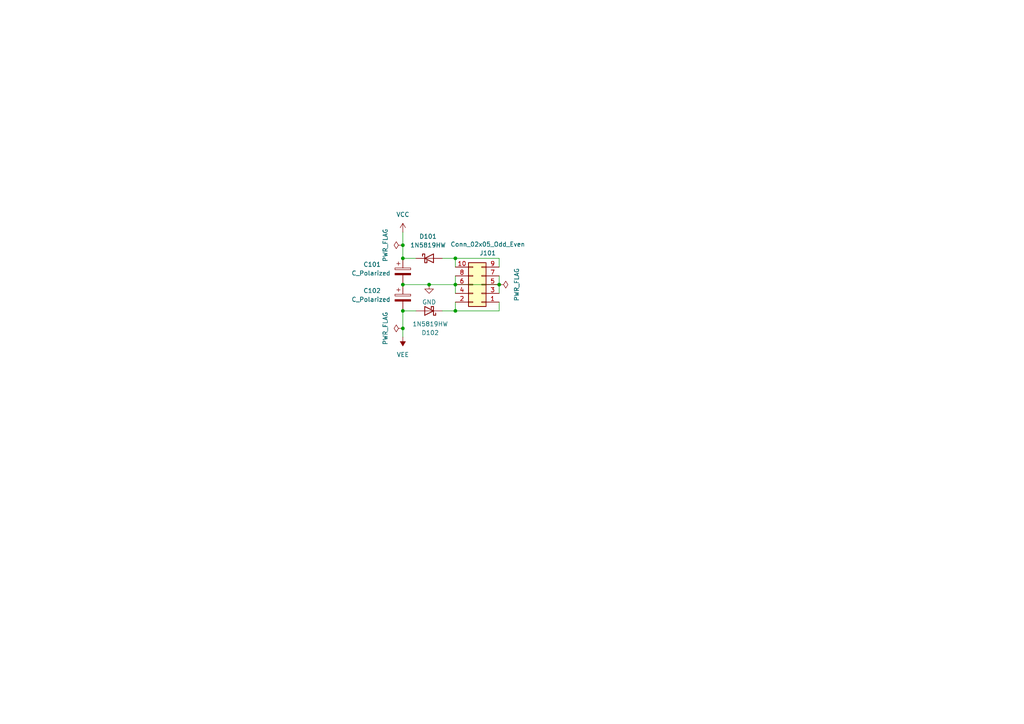
<source format=kicad_sch>
(kicad_sch (version 20231120) (generator "eeschema") (generator_version "8.0")
  (paper "A4")
  (lib_symbols
    (symbol "Connector_Generic:Conn_02x05_Odd_Even" (pin_names (offset 1.016) hide)
      (property "Reference" "J" (at 1.27 7.62 0))
      (property "Value" "Conn_02x05_Odd_Even" (at 1.27 -7.62 0))
      (symbol "Conn_02x05_Odd_Even_1_1"
        (rectangle (start -1.27 -4.953) (end 0 -5.207) (stroke (width 0.1524)))
        (rectangle (start -1.27 -2.413) (end 0 -2.667) (stroke (width 0.1524)))
        (rectangle (start -1.27 0.127) (end 0 -0.127) (stroke (width 0.1524)))
        (rectangle (start -1.27 2.667) (end 0 2.413) (stroke (width 0.1524)))
        (rectangle (start -1.27 5.207) (end 0 4.953) (stroke (width 0.1524)))
        (rectangle (start -1.27 6.35) (end 3.81 -6.35) (stroke (width 0.254)) (fill (type background)))
        (rectangle (start 3.81 -4.953) (end 2.54 -5.207) (stroke (width 0.1524)))
        (rectangle (start 3.81 -2.413) (end 2.54 -2.667) (stroke (width 0.1524)))
        (rectangle (start 3.81 0.127) (end 2.54 -0.127) (stroke (width 0.1524)))
        (rectangle (start 3.81 2.667) (end 2.54 2.413) (stroke (width 0.1524)))
        (rectangle (start 3.81 5.207) (end 2.54 4.953) (stroke (width 0.1524)))
        (pin passive line (at -5.08 5.08 0) (length 3.81) (name "Pin_1") (number "1"))
        (pin passive line (at 7.62 -5.08 180) (length 3.81) (name "Pin_10") (number "10"))
        (pin passive line (at 7.62 5.08 180) (length 3.81) (name "Pin_2") (number "2"))
        (pin passive line (at -5.08 2.54 0) (length 3.81) (name "Pin_3") (number "3"))
        (pin passive line (at 7.62 2.54 180) (length 3.81) (name "Pin_4") (number "4"))
        (pin passive line (at -5.08 0 0) (length 3.81) (name "Pin_5") (number "5"))
        (pin passive line (at 7.62 0 180) (length 3.81) (name "Pin_6") (number "6"))
        (pin passive line (at -5.08 -2.54 0) (length 3.81) (name "Pin_7") (number "7"))
        (pin passive line (at 7.62 -2.54 180) (length 3.81) (name "Pin_8") (number "8"))
        (pin passive line (at -5.08 -5.08 0) (length 3.81) (name "Pin_9") (number "9"))
      )
    )
    (symbol "Device:C_Polarized" (pin_numbers hide) (pin_names (offset 0.254))
      (property "Reference" "C" (at 0.635 2.54 0))
      (property "Value" "C_Polarized" (at 0.635 -2.54 0))
      (symbol "C_Polarized_0_1"
        (rectangle (start -2.286 0.508) (end 2.286 1.016))
        (polyline (pts (xy -1.778 2.286) (xy -0.762 2.286)))
        (polyline (pts (xy -1.27 2.794) (xy -1.27 1.778)))
        (rectangle (start 2.286 -0.508) (end -2.286 -1.016) (fill (type outline)))
      )
      (symbol "C_Polarized_1_1"
        (pin passive line (at 0 3.81 270) (length 2.794) (name "~") (number "1"))
        (pin passive line (at 0 -3.81 90) (length 2.794) (name "~") (number "2"))
      )
    )
    (symbol "Device:D_Schottky" (pin_numbers hide) (pin_names (offset 1.016) hide)
      (property "Reference" "D" (at 0 2.54 0))
      (property "Value" "D_Schottky" (at 0 -2.54 0))
      (symbol "D_Schottky_0_1"
        (polyline (pts (xy 1.27 0) (xy -1.27 0)))
        (polyline (pts (xy 1.27 1.27) (xy 1.27 -1.27) (xy -1.27 0) (xy 1.27 1.27)) (stroke (width 0.254)))
        (polyline (pts (xy -1.905 0.635) (xy -1.905 1.27) (xy -1.27 1.27) (xy -1.27 -1.27) (xy -0.635 -1.27) (xy -0.635 -0.635)) (stroke (width 0.254)))
      )
      (symbol "D_Schottky_1_1"
        (pin passive line (at -3.81 0 0) (length 2.54) (name "K") (number "1"))
        (pin passive line (at 3.81 0 180) (length 2.54) (name "A") (number "2"))
      )
    )
    (symbol "power:GND" (power) (pin_numbers hide) (pin_names (offset 0) hide)
      (property "Value" "GND" (at 0 -3.81 0))
      (symbol "GND_0_1"
        (polyline (pts (xy 0 0) (xy 0 -1.27) (xy 1.27 -1.27) (xy 0 -2.54) (xy -1.27 -1.27) (xy 0 -1.27)))
      )
      (symbol "GND_1_1"
        (pin power_in line (at 0 0 270) (length 0) (name "~") (number "1"))
      )
    )
    (symbol "power:PWR_FLAG" (power) (pin_numbers hide) (pin_names (offset 0) hide)
      (property "Value" "PWR_FLAG" (at 0 3.81 0))
      (symbol "PWR_FLAG_0_0"
        (pin power_out line (at 0 0 90) (length 0) (name "~") (number "1"))
      )
      (symbol "PWR_FLAG_0_1"
        (polyline (pts (xy 0 0) (xy 0 1.27) (xy -1.016 1.905) (xy 0 2.54) (xy 1.016 1.905) (xy 0 1.27)))
      )
    )
    (symbol "power:VCC" (power) (pin_numbers hide) (pin_names (offset 0) hide)
      (property "Value" "VCC" (at 0 3.556 0))
      (symbol "VCC_0_1"
        (polyline (pts (xy -0.762 1.27) (xy 0 2.54)))
        (polyline (pts (xy 0 0) (xy 0 2.54)))
        (polyline (pts (xy 0 2.54) (xy 0.762 1.27)))
      )
      (symbol "VCC_1_1"
        (pin power_in line (at 0 0 90) (length 0) (name "~") (number "1"))
      )
    )
    (symbol "power:VEE" (power) (pin_numbers hide) (pin_names (offset 0) hide)
      (property "Value" "VEE" (at 0 3.556 0))
      (symbol "VEE_0_1"
        (polyline (pts (xy 0 0) (xy 0 2.54)))
        (polyline (pts (xy 0.762 1.27) (xy -0.762 1.27) (xy 0 2.54) (xy 0.762 1.27)) (fill (type outline)))
      )
      (symbol "VEE_1_1"
        (pin power_in line (at 0 0 90) (length 0) (name "~") (number "1"))
      )
    )
  )
  (junction (at 116.84 95.25))
  (junction (at 124.46 82.55))
  (junction (at 132.08 90.17))
  (junction (at 132.08 74.93))
  (junction (at 116.84 82.55))
  (junction (at 132.08 82.55))
  (junction (at 116.84 71.12))
  (junction (at 116.84 90.17))
  (junction (at 144.78 82.55))
  (junction (at 116.84 74.93))
  (wire (pts (xy 116.84 67.31) (xy 116.84 71.12)))
  (wire (pts (xy 132.08 74.93) (xy 132.08 77.47)))
  (wire (pts (xy 116.84 82.55) (xy 124.46 82.55)))
  (wire (pts (xy 116.84 95.25) (xy 116.84 90.17)))
  (wire (pts (xy 124.46 82.55) (xy 132.08 82.55)))
  (wire (pts (xy 128.27 74.93) (xy 132.08 74.93)))
  (wire (pts (xy 132.08 74.93) (xy 144.78 74.93)))
  (wire (pts (xy 144.78 82.55) (xy 144.78 85.09)))
  (wire (pts (xy 144.78 87.63) (xy 144.78 90.17)))
  (wire (pts (xy 132.08 82.55) (xy 132.08 85.09)))
  (wire (pts (xy 144.78 80.01) (xy 144.78 82.55)))
  (wire (pts (xy 132.08 87.63) (xy 132.08 90.17)))
  (wire (pts (xy 116.84 90.17) (xy 120.65 90.17)))
  (wire (pts (xy 132.08 82.55) (xy 144.78 82.55)))
  (wire (pts (xy 116.84 97.79) (xy 116.84 95.25)))
  (wire (pts (xy 132.08 80.01) (xy 132.08 82.55)))
  (wire (pts (xy 128.27 90.17) (xy 132.08 90.17)))
  (wire (pts (xy 116.84 71.12) (xy 116.84 74.93)))
  (wire (pts (xy 116.84 74.93) (xy 120.65 74.93)))
  (wire (pts (xy 132.08 90.17) (xy 144.78 90.17)))
  (wire (pts (xy 144.78 77.47) (xy 144.78 74.93)))
  (symbol (lib_id "Device:D_Schottky") (at 124.46 90.17 180) (unit 1)
    (property "Reference" "D102" (at 124.7775 96.52 0))
    (property "Value" "1N5819HW" (at 124.7775 93.98 0))
    (property "Footprint" "Diode_SMD:D_SOD-123" (effects (hide yes)))
    (property "Description" "Schottky diode" (effects (hide yes)))
  )
  (symbol (lib_id "Connector_Generic:Conn_02x05_Odd_Even") (at 139.7 82.55 180) (unit 1)
    (property "Reference" "J101" (at 141.478 73.406 0))
    (property "Value" "Conn_02x05_Odd_Even" (at 141.478 70.866 0))
    (property "Footprint" "Connector_PinHeader_2.54mm:PinHeader_2x05_P2.54mm_Vertical" (effects (hide yes)))
    (property "Description" "Generic connector, double row, 02x05, odd/even pin numbering scheme (row 1 odd numbers, row 2 even numbers), script generated (kicad-library-utils/schlib/autogen/connector/)" (effects (hide yes)))
  )
  (symbol (lib_id "power:VEE") (at 116.84 97.79 180) (unit 1)
    (property "Reference" "#PWR0102" (effects (hide yes)))
    (property "Value" "VEE" (at 116.84 102.87 0))
    (property "Description" "Power symbol creates a global label with name \"VEE\"" (effects (hide yes)))
  )
  (symbol (lib_id "Device:C_Polarized") (at 116.84 86.36 0) (unit 1)
    (property "Reference" "C102" (at 110.49 84.328 0) (effects (justify right)))
    (property "Value" "C_Polarized" (at 113.284 86.868 0) (effects (justify right)))
    (property "Footprint" "Capacitor_SMD:CP_Elec_3x5.4" (effects (hide yes)))
    (property "Description" "Polarized capacitor" (effects (hide yes)))
  )
  (symbol (lib_id "power:PWR_FLAG") (at 116.84 95.25 90) (unit 1)
    (property "Reference" "#FLG0102" (effects (hide yes)))
    (property "Value" "PWR_FLAG" (at 111.76 95.25 0))
    (property "Description" "Special symbol for telling ERC where power comes from" (effects (hide yes)))
  )
  (symbol (lib_id "Device:D_Schottky") (at 124.46 74.93 0) (unit 1)
    (property "Reference" "D101" (at 124.1425 68.58 0))
    (property "Value" "1N5819HW" (at 124.1425 71.12 0))
    (property "Footprint" "Diode_SMD:D_SOD-123" (effects (hide yes)))
    (property "Description" "Schottky diode" (effects (hide yes)))
  )
  (symbol (lib_id "power:VCC") (at 116.84 67.31 0) (unit 1)
    (property "Reference" "#PWR0101" (effects (hide yes)))
    (property "Value" "VCC" (at 116.84 62.23 0))
    (property "Description" "Power symbol creates a global label with name \"VCC\"" (effects (hide yes)))
  )
  (symbol (lib_id "power:PWR_FLAG") (at 116.84 71.12 90) (mirror x) (unit 1)
    (property "Reference" "#FLG0101" (effects (hide yes)))
    (property "Value" "PWR_FLAG" (at 111.76 71.12 0))
    (property "Description" "Special symbol for telling ERC where power comes from" (effects (hide yes)))
  )
  (symbol (lib_id "Device:C_Polarized") (at 116.84 78.74 0) (unit 1)
    (property "Reference" "C101" (at 110.49 76.708 0) (effects (justify right)))
    (property "Value" "C_Polarized" (at 113.284 79.248 0) (effects (justify right)))
    (property "Footprint" "Capacitor_SMD:CP_Elec_3x5.4" (effects (hide yes)))
    (property "Description" "Polarized capacitor" (effects (hide yes)))
  )
  (symbol (lib_id "power:PWR_FLAG") (at 144.78 82.55 270) (unit 1)
    (property "Reference" "#FLG0103" (effects (hide yes)))
    (property "Value" "PWR_FLAG" (at 149.86 82.55 0))
    (property "Description" "Special symbol for telling ERC where power comes from" (effects (hide yes)))
  )
  (symbol (lib_id "power:GND") (at 124.46 82.55 0) (mirror y) (unit 1)
    (property "Reference" "#PWR0103" (effects (hide yes)))
    (property "Value" "GND" (at 124.46 87.63 0))
    (property "Description" "Power symbol creates a global label with name \"GND\" , ground" (effects (hide yes)))
  )
  (sheet (at 19.05 222.885) (size 100.965 55.245) (stroke (width 0.1524))
    (property "Sheetname" "Oscillator 1" (at 19.05 222.1734 0) (effects (justify left bottom)))
    (property "Sheetfile" "oscillator.kicad_sch" (at 19.05 278.7146 0) (effects (justify left top)))
  )
  (sheet (at 20.32 289.56) (size 100.965 55.245) (stroke (width 0.1524))
    (property "Sheetname" "Oscillator 2" (at 20.32 288.8484 0) (effects (justify left bottom)))
    (property "Sheetfile" "oscillator.kicad_sch" (at 20.32 345.3896 0) (effects (justify left top)))
  )
  (sheet (at 24.13 483.87) (size 100.965 55.245) (stroke (width 0.1524))
    (property "Sheetname" "Oscillator 5" (at 24.13 483.1584 0) (effects (justify left bottom)))
    (property "Sheetfile" "oscillator.kicad_sch" (at 24.13 539.6996 0) (effects (justify left top)))
  )
  (sheet (at 25.4 547.37) (size 100.965 55.245) (stroke (width 0.1524))
    (property "Sheetname" "Oscillator 6" (at 25.4 546.6584 0) (effects (justify left bottom)))
    (property "Sheetfile" "oscillator.kicad_sch" (at 25.4 603.1996 0) (effects (justify left top)))
  )
  (sheet (at 21.59 356.87) (size 100.965 55.245) (stroke (width 0.1524))
    (property "Sheetname" "Oscillator 3" (at 21.59 356.1584 0) (effects (justify left bottom)))
    (property "Sheetfile" "oscillator.kicad_sch" (at 21.59 412.6996 0) (effects (justify left top)))
  )
  (sheet (at 22.86 420.37) (size 100.965 55.245) (stroke (width 0.1524))
    (property "Sheetname" "Oscillator 4" (at 22.86 419.6584 0) (effects (justify left bottom)))
    (property "Sheetfile" "oscillator.kicad_sch" (at 22.86 476.1996 0) (effects (justify left top)))
  )
)
</source>
